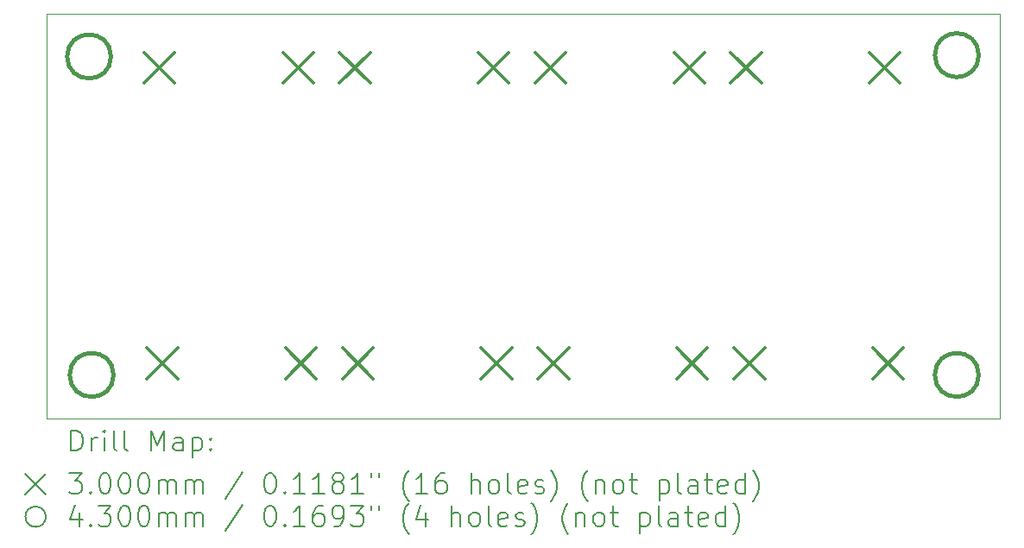
<source format=gbr>
%TF.GenerationSoftware,KiCad,Pcbnew,7.0.1*%
%TF.CreationDate,2023-04-04T11:35:34-07:00*%
%TF.ProjectId,PT Hub,50542048-7562-42e6-9b69-6361645f7063,v01*%
%TF.SameCoordinates,Original*%
%TF.FileFunction,Drillmap*%
%TF.FilePolarity,Positive*%
%FSLAX45Y45*%
G04 Gerber Fmt 4.5, Leading zero omitted, Abs format (unit mm)*
G04 Created by KiCad (PCBNEW 7.0.1) date 2023-04-04 11:35:34*
%MOMM*%
%LPD*%
G01*
G04 APERTURE LIST*
%ADD10C,0.100000*%
%ADD11C,0.200000*%
%ADD12C,0.299999*%
%ADD13C,0.430000*%
G04 APERTURE END LIST*
D10*
X7099300Y-13799820D02*
X16446500Y-13799820D01*
X7099300Y-9829800D02*
X7099300Y-13799820D01*
X16446500Y-13799820D02*
X16446500Y-9829800D01*
X16446500Y-9829800D02*
X7099300Y-9829800D01*
D11*
D12*
X8058252Y-10212001D02*
X8358252Y-10512001D01*
X8358252Y-10212001D02*
X8058252Y-10512001D01*
X8087150Y-13110000D02*
X8387150Y-13410000D01*
X8387150Y-13110000D02*
X8087150Y-13410000D01*
X9418249Y-10212001D02*
X9718249Y-10512001D01*
X9718249Y-10212001D02*
X9418249Y-10512001D01*
X9447148Y-13110000D02*
X9747147Y-13410000D01*
X9747147Y-13110000D02*
X9447148Y-13410000D01*
X9975953Y-10212000D02*
X10275953Y-10512000D01*
X10275953Y-10212000D02*
X9975953Y-10512000D01*
X10004850Y-13110000D02*
X10304850Y-13410000D01*
X10304850Y-13110000D02*
X10004850Y-13410000D01*
X11335950Y-10212000D02*
X11635950Y-10512000D01*
X11635950Y-10212000D02*
X11335950Y-10512000D01*
X11364848Y-13110000D02*
X11664847Y-13410000D01*
X11664847Y-13110000D02*
X11364848Y-13410000D01*
X11893653Y-10212000D02*
X12193652Y-10512000D01*
X12193652Y-10212000D02*
X11893653Y-10512000D01*
X11922550Y-13110000D02*
X12222550Y-13410000D01*
X12222550Y-13110000D02*
X11922550Y-13410000D01*
X13253650Y-10212000D02*
X13553650Y-10512000D01*
X13553650Y-10212000D02*
X13253650Y-10512000D01*
X13282548Y-13110000D02*
X13582547Y-13410000D01*
X13582547Y-13110000D02*
X13282548Y-13410000D01*
X13811353Y-10212000D02*
X14111352Y-10512000D01*
X14111352Y-10212000D02*
X13811353Y-10512000D01*
X13845300Y-13110000D02*
X14145300Y-13410000D01*
X14145300Y-13110000D02*
X13845300Y-13410000D01*
X15171350Y-10212000D02*
X15471350Y-10512000D01*
X15471350Y-10212000D02*
X15171350Y-10512000D01*
X15205298Y-13110000D02*
X15505297Y-13410000D01*
X15505297Y-13110000D02*
X15205298Y-13410000D01*
D13*
X7733400Y-10248900D02*
G75*
G03*
X7733400Y-10248900I-215000J0D01*
G01*
X7758800Y-13373100D02*
G75*
G03*
X7758800Y-13373100I-215000J0D01*
G01*
X16242400Y-10236200D02*
G75*
G03*
X16242400Y-10236200I-215000J0D01*
G01*
X16242400Y-13373100D02*
G75*
G03*
X16242400Y-13373100I-215000J0D01*
G01*
D11*
X7341919Y-14117344D02*
X7341919Y-13917344D01*
X7341919Y-13917344D02*
X7389538Y-13917344D01*
X7389538Y-13917344D02*
X7418109Y-13926868D01*
X7418109Y-13926868D02*
X7437157Y-13945915D01*
X7437157Y-13945915D02*
X7446681Y-13964963D01*
X7446681Y-13964963D02*
X7456205Y-14003058D01*
X7456205Y-14003058D02*
X7456205Y-14031629D01*
X7456205Y-14031629D02*
X7446681Y-14069725D01*
X7446681Y-14069725D02*
X7437157Y-14088772D01*
X7437157Y-14088772D02*
X7418109Y-14107820D01*
X7418109Y-14107820D02*
X7389538Y-14117344D01*
X7389538Y-14117344D02*
X7341919Y-14117344D01*
X7541919Y-14117344D02*
X7541919Y-13984010D01*
X7541919Y-14022106D02*
X7551443Y-14003058D01*
X7551443Y-14003058D02*
X7560967Y-13993534D01*
X7560967Y-13993534D02*
X7580014Y-13984010D01*
X7580014Y-13984010D02*
X7599062Y-13984010D01*
X7665728Y-14117344D02*
X7665728Y-13984010D01*
X7665728Y-13917344D02*
X7656205Y-13926868D01*
X7656205Y-13926868D02*
X7665728Y-13936391D01*
X7665728Y-13936391D02*
X7675252Y-13926868D01*
X7675252Y-13926868D02*
X7665728Y-13917344D01*
X7665728Y-13917344D02*
X7665728Y-13936391D01*
X7789538Y-14117344D02*
X7770490Y-14107820D01*
X7770490Y-14107820D02*
X7760967Y-14088772D01*
X7760967Y-14088772D02*
X7760967Y-13917344D01*
X7894300Y-14117344D02*
X7875252Y-14107820D01*
X7875252Y-14107820D02*
X7865728Y-14088772D01*
X7865728Y-14088772D02*
X7865728Y-13917344D01*
X8122871Y-14117344D02*
X8122871Y-13917344D01*
X8122871Y-13917344D02*
X8189538Y-14060201D01*
X8189538Y-14060201D02*
X8256205Y-13917344D01*
X8256205Y-13917344D02*
X8256205Y-14117344D01*
X8437157Y-14117344D02*
X8437157Y-14012582D01*
X8437157Y-14012582D02*
X8427633Y-13993534D01*
X8427633Y-13993534D02*
X8408586Y-13984010D01*
X8408586Y-13984010D02*
X8370490Y-13984010D01*
X8370490Y-13984010D02*
X8351443Y-13993534D01*
X8437157Y-14107820D02*
X8418110Y-14117344D01*
X8418110Y-14117344D02*
X8370490Y-14117344D01*
X8370490Y-14117344D02*
X8351443Y-14107820D01*
X8351443Y-14107820D02*
X8341919Y-14088772D01*
X8341919Y-14088772D02*
X8341919Y-14069725D01*
X8341919Y-14069725D02*
X8351443Y-14050677D01*
X8351443Y-14050677D02*
X8370490Y-14041153D01*
X8370490Y-14041153D02*
X8418110Y-14041153D01*
X8418110Y-14041153D02*
X8437157Y-14031629D01*
X8532395Y-13984010D02*
X8532395Y-14184010D01*
X8532395Y-13993534D02*
X8551443Y-13984010D01*
X8551443Y-13984010D02*
X8589538Y-13984010D01*
X8589538Y-13984010D02*
X8608586Y-13993534D01*
X8608586Y-13993534D02*
X8618110Y-14003058D01*
X8618110Y-14003058D02*
X8627633Y-14022106D01*
X8627633Y-14022106D02*
X8627633Y-14079248D01*
X8627633Y-14079248D02*
X8618110Y-14098296D01*
X8618110Y-14098296D02*
X8608586Y-14107820D01*
X8608586Y-14107820D02*
X8589538Y-14117344D01*
X8589538Y-14117344D02*
X8551443Y-14117344D01*
X8551443Y-14117344D02*
X8532395Y-14107820D01*
X8713348Y-14098296D02*
X8722871Y-14107820D01*
X8722871Y-14107820D02*
X8713348Y-14117344D01*
X8713348Y-14117344D02*
X8703824Y-14107820D01*
X8703824Y-14107820D02*
X8713348Y-14098296D01*
X8713348Y-14098296D02*
X8713348Y-14117344D01*
X8713348Y-13993534D02*
X8722871Y-14003058D01*
X8722871Y-14003058D02*
X8713348Y-14012582D01*
X8713348Y-14012582D02*
X8703824Y-14003058D01*
X8703824Y-14003058D02*
X8713348Y-13993534D01*
X8713348Y-13993534D02*
X8713348Y-14012582D01*
X6894300Y-14344820D02*
X7094300Y-14544820D01*
X7094300Y-14344820D02*
X6894300Y-14544820D01*
X7322871Y-14337344D02*
X7446681Y-14337344D01*
X7446681Y-14337344D02*
X7380014Y-14413534D01*
X7380014Y-14413534D02*
X7408586Y-14413534D01*
X7408586Y-14413534D02*
X7427633Y-14423058D01*
X7427633Y-14423058D02*
X7437157Y-14432582D01*
X7437157Y-14432582D02*
X7446681Y-14451629D01*
X7446681Y-14451629D02*
X7446681Y-14499248D01*
X7446681Y-14499248D02*
X7437157Y-14518296D01*
X7437157Y-14518296D02*
X7427633Y-14527820D01*
X7427633Y-14527820D02*
X7408586Y-14537344D01*
X7408586Y-14537344D02*
X7351443Y-14537344D01*
X7351443Y-14537344D02*
X7332395Y-14527820D01*
X7332395Y-14527820D02*
X7322871Y-14518296D01*
X7532395Y-14518296D02*
X7541919Y-14527820D01*
X7541919Y-14527820D02*
X7532395Y-14537344D01*
X7532395Y-14537344D02*
X7522871Y-14527820D01*
X7522871Y-14527820D02*
X7532395Y-14518296D01*
X7532395Y-14518296D02*
X7532395Y-14537344D01*
X7665728Y-14337344D02*
X7684776Y-14337344D01*
X7684776Y-14337344D02*
X7703824Y-14346868D01*
X7703824Y-14346868D02*
X7713348Y-14356391D01*
X7713348Y-14356391D02*
X7722871Y-14375439D01*
X7722871Y-14375439D02*
X7732395Y-14413534D01*
X7732395Y-14413534D02*
X7732395Y-14461153D01*
X7732395Y-14461153D02*
X7722871Y-14499248D01*
X7722871Y-14499248D02*
X7713348Y-14518296D01*
X7713348Y-14518296D02*
X7703824Y-14527820D01*
X7703824Y-14527820D02*
X7684776Y-14537344D01*
X7684776Y-14537344D02*
X7665728Y-14537344D01*
X7665728Y-14537344D02*
X7646681Y-14527820D01*
X7646681Y-14527820D02*
X7637157Y-14518296D01*
X7637157Y-14518296D02*
X7627633Y-14499248D01*
X7627633Y-14499248D02*
X7618109Y-14461153D01*
X7618109Y-14461153D02*
X7618109Y-14413534D01*
X7618109Y-14413534D02*
X7627633Y-14375439D01*
X7627633Y-14375439D02*
X7637157Y-14356391D01*
X7637157Y-14356391D02*
X7646681Y-14346868D01*
X7646681Y-14346868D02*
X7665728Y-14337344D01*
X7856205Y-14337344D02*
X7875252Y-14337344D01*
X7875252Y-14337344D02*
X7894300Y-14346868D01*
X7894300Y-14346868D02*
X7903824Y-14356391D01*
X7903824Y-14356391D02*
X7913348Y-14375439D01*
X7913348Y-14375439D02*
X7922871Y-14413534D01*
X7922871Y-14413534D02*
X7922871Y-14461153D01*
X7922871Y-14461153D02*
X7913348Y-14499248D01*
X7913348Y-14499248D02*
X7903824Y-14518296D01*
X7903824Y-14518296D02*
X7894300Y-14527820D01*
X7894300Y-14527820D02*
X7875252Y-14537344D01*
X7875252Y-14537344D02*
X7856205Y-14537344D01*
X7856205Y-14537344D02*
X7837157Y-14527820D01*
X7837157Y-14527820D02*
X7827633Y-14518296D01*
X7827633Y-14518296D02*
X7818109Y-14499248D01*
X7818109Y-14499248D02*
X7808586Y-14461153D01*
X7808586Y-14461153D02*
X7808586Y-14413534D01*
X7808586Y-14413534D02*
X7818109Y-14375439D01*
X7818109Y-14375439D02*
X7827633Y-14356391D01*
X7827633Y-14356391D02*
X7837157Y-14346868D01*
X7837157Y-14346868D02*
X7856205Y-14337344D01*
X8046681Y-14337344D02*
X8065729Y-14337344D01*
X8065729Y-14337344D02*
X8084776Y-14346868D01*
X8084776Y-14346868D02*
X8094300Y-14356391D01*
X8094300Y-14356391D02*
X8103824Y-14375439D01*
X8103824Y-14375439D02*
X8113348Y-14413534D01*
X8113348Y-14413534D02*
X8113348Y-14461153D01*
X8113348Y-14461153D02*
X8103824Y-14499248D01*
X8103824Y-14499248D02*
X8094300Y-14518296D01*
X8094300Y-14518296D02*
X8084776Y-14527820D01*
X8084776Y-14527820D02*
X8065729Y-14537344D01*
X8065729Y-14537344D02*
X8046681Y-14537344D01*
X8046681Y-14537344D02*
X8027633Y-14527820D01*
X8027633Y-14527820D02*
X8018109Y-14518296D01*
X8018109Y-14518296D02*
X8008586Y-14499248D01*
X8008586Y-14499248D02*
X7999062Y-14461153D01*
X7999062Y-14461153D02*
X7999062Y-14413534D01*
X7999062Y-14413534D02*
X8008586Y-14375439D01*
X8008586Y-14375439D02*
X8018109Y-14356391D01*
X8018109Y-14356391D02*
X8027633Y-14346868D01*
X8027633Y-14346868D02*
X8046681Y-14337344D01*
X8199062Y-14537344D02*
X8199062Y-14404010D01*
X8199062Y-14423058D02*
X8208586Y-14413534D01*
X8208586Y-14413534D02*
X8227633Y-14404010D01*
X8227633Y-14404010D02*
X8256205Y-14404010D01*
X8256205Y-14404010D02*
X8275252Y-14413534D01*
X8275252Y-14413534D02*
X8284776Y-14432582D01*
X8284776Y-14432582D02*
X8284776Y-14537344D01*
X8284776Y-14432582D02*
X8294300Y-14413534D01*
X8294300Y-14413534D02*
X8313348Y-14404010D01*
X8313348Y-14404010D02*
X8341919Y-14404010D01*
X8341919Y-14404010D02*
X8360967Y-14413534D01*
X8360967Y-14413534D02*
X8370490Y-14432582D01*
X8370490Y-14432582D02*
X8370490Y-14537344D01*
X8465729Y-14537344D02*
X8465729Y-14404010D01*
X8465729Y-14423058D02*
X8475252Y-14413534D01*
X8475252Y-14413534D02*
X8494300Y-14404010D01*
X8494300Y-14404010D02*
X8522872Y-14404010D01*
X8522872Y-14404010D02*
X8541919Y-14413534D01*
X8541919Y-14413534D02*
X8551443Y-14432582D01*
X8551443Y-14432582D02*
X8551443Y-14537344D01*
X8551443Y-14432582D02*
X8560967Y-14413534D01*
X8560967Y-14413534D02*
X8580014Y-14404010D01*
X8580014Y-14404010D02*
X8608586Y-14404010D01*
X8608586Y-14404010D02*
X8627633Y-14413534D01*
X8627633Y-14413534D02*
X8637157Y-14432582D01*
X8637157Y-14432582D02*
X8637157Y-14537344D01*
X9027633Y-14327820D02*
X8856205Y-14584963D01*
X9284776Y-14337344D02*
X9303824Y-14337344D01*
X9303824Y-14337344D02*
X9322872Y-14346868D01*
X9322872Y-14346868D02*
X9332395Y-14356391D01*
X9332395Y-14356391D02*
X9341919Y-14375439D01*
X9341919Y-14375439D02*
X9351443Y-14413534D01*
X9351443Y-14413534D02*
X9351443Y-14461153D01*
X9351443Y-14461153D02*
X9341919Y-14499248D01*
X9341919Y-14499248D02*
X9332395Y-14518296D01*
X9332395Y-14518296D02*
X9322872Y-14527820D01*
X9322872Y-14527820D02*
X9303824Y-14537344D01*
X9303824Y-14537344D02*
X9284776Y-14537344D01*
X9284776Y-14537344D02*
X9265729Y-14527820D01*
X9265729Y-14527820D02*
X9256205Y-14518296D01*
X9256205Y-14518296D02*
X9246681Y-14499248D01*
X9246681Y-14499248D02*
X9237157Y-14461153D01*
X9237157Y-14461153D02*
X9237157Y-14413534D01*
X9237157Y-14413534D02*
X9246681Y-14375439D01*
X9246681Y-14375439D02*
X9256205Y-14356391D01*
X9256205Y-14356391D02*
X9265729Y-14346868D01*
X9265729Y-14346868D02*
X9284776Y-14337344D01*
X9437157Y-14518296D02*
X9446681Y-14527820D01*
X9446681Y-14527820D02*
X9437157Y-14537344D01*
X9437157Y-14537344D02*
X9427634Y-14527820D01*
X9427634Y-14527820D02*
X9437157Y-14518296D01*
X9437157Y-14518296D02*
X9437157Y-14537344D01*
X9637157Y-14537344D02*
X9522872Y-14537344D01*
X9580014Y-14537344D02*
X9580014Y-14337344D01*
X9580014Y-14337344D02*
X9560967Y-14365915D01*
X9560967Y-14365915D02*
X9541919Y-14384963D01*
X9541919Y-14384963D02*
X9522872Y-14394487D01*
X9827634Y-14537344D02*
X9713348Y-14537344D01*
X9770491Y-14537344D02*
X9770491Y-14337344D01*
X9770491Y-14337344D02*
X9751443Y-14365915D01*
X9751443Y-14365915D02*
X9732395Y-14384963D01*
X9732395Y-14384963D02*
X9713348Y-14394487D01*
X9941919Y-14423058D02*
X9922872Y-14413534D01*
X9922872Y-14413534D02*
X9913348Y-14404010D01*
X9913348Y-14404010D02*
X9903824Y-14384963D01*
X9903824Y-14384963D02*
X9903824Y-14375439D01*
X9903824Y-14375439D02*
X9913348Y-14356391D01*
X9913348Y-14356391D02*
X9922872Y-14346868D01*
X9922872Y-14346868D02*
X9941919Y-14337344D01*
X9941919Y-14337344D02*
X9980015Y-14337344D01*
X9980015Y-14337344D02*
X9999062Y-14346868D01*
X9999062Y-14346868D02*
X10008586Y-14356391D01*
X10008586Y-14356391D02*
X10018110Y-14375439D01*
X10018110Y-14375439D02*
X10018110Y-14384963D01*
X10018110Y-14384963D02*
X10008586Y-14404010D01*
X10008586Y-14404010D02*
X9999062Y-14413534D01*
X9999062Y-14413534D02*
X9980015Y-14423058D01*
X9980015Y-14423058D02*
X9941919Y-14423058D01*
X9941919Y-14423058D02*
X9922872Y-14432582D01*
X9922872Y-14432582D02*
X9913348Y-14442106D01*
X9913348Y-14442106D02*
X9903824Y-14461153D01*
X9903824Y-14461153D02*
X9903824Y-14499248D01*
X9903824Y-14499248D02*
X9913348Y-14518296D01*
X9913348Y-14518296D02*
X9922872Y-14527820D01*
X9922872Y-14527820D02*
X9941919Y-14537344D01*
X9941919Y-14537344D02*
X9980015Y-14537344D01*
X9980015Y-14537344D02*
X9999062Y-14527820D01*
X9999062Y-14527820D02*
X10008586Y-14518296D01*
X10008586Y-14518296D02*
X10018110Y-14499248D01*
X10018110Y-14499248D02*
X10018110Y-14461153D01*
X10018110Y-14461153D02*
X10008586Y-14442106D01*
X10008586Y-14442106D02*
X9999062Y-14432582D01*
X9999062Y-14432582D02*
X9980015Y-14423058D01*
X10208586Y-14537344D02*
X10094300Y-14537344D01*
X10151443Y-14537344D02*
X10151443Y-14337344D01*
X10151443Y-14337344D02*
X10132395Y-14365915D01*
X10132395Y-14365915D02*
X10113348Y-14384963D01*
X10113348Y-14384963D02*
X10094300Y-14394487D01*
X10284776Y-14337344D02*
X10284776Y-14375439D01*
X10360967Y-14337344D02*
X10360967Y-14375439D01*
X10656205Y-14613534D02*
X10646681Y-14604010D01*
X10646681Y-14604010D02*
X10627634Y-14575439D01*
X10627634Y-14575439D02*
X10618110Y-14556391D01*
X10618110Y-14556391D02*
X10608586Y-14527820D01*
X10608586Y-14527820D02*
X10599062Y-14480201D01*
X10599062Y-14480201D02*
X10599062Y-14442106D01*
X10599062Y-14442106D02*
X10608586Y-14394487D01*
X10608586Y-14394487D02*
X10618110Y-14365915D01*
X10618110Y-14365915D02*
X10627634Y-14346868D01*
X10627634Y-14346868D02*
X10646681Y-14318296D01*
X10646681Y-14318296D02*
X10656205Y-14308772D01*
X10837157Y-14537344D02*
X10722872Y-14537344D01*
X10780015Y-14537344D02*
X10780015Y-14337344D01*
X10780015Y-14337344D02*
X10760967Y-14365915D01*
X10760967Y-14365915D02*
X10741919Y-14384963D01*
X10741919Y-14384963D02*
X10722872Y-14394487D01*
X11008586Y-14337344D02*
X10970491Y-14337344D01*
X10970491Y-14337344D02*
X10951443Y-14346868D01*
X10951443Y-14346868D02*
X10941919Y-14356391D01*
X10941919Y-14356391D02*
X10922872Y-14384963D01*
X10922872Y-14384963D02*
X10913348Y-14423058D01*
X10913348Y-14423058D02*
X10913348Y-14499248D01*
X10913348Y-14499248D02*
X10922872Y-14518296D01*
X10922872Y-14518296D02*
X10932396Y-14527820D01*
X10932396Y-14527820D02*
X10951443Y-14537344D01*
X10951443Y-14537344D02*
X10989538Y-14537344D01*
X10989538Y-14537344D02*
X11008586Y-14527820D01*
X11008586Y-14527820D02*
X11018110Y-14518296D01*
X11018110Y-14518296D02*
X11027634Y-14499248D01*
X11027634Y-14499248D02*
X11027634Y-14451629D01*
X11027634Y-14451629D02*
X11018110Y-14432582D01*
X11018110Y-14432582D02*
X11008586Y-14423058D01*
X11008586Y-14423058D02*
X10989538Y-14413534D01*
X10989538Y-14413534D02*
X10951443Y-14413534D01*
X10951443Y-14413534D02*
X10932396Y-14423058D01*
X10932396Y-14423058D02*
X10922872Y-14432582D01*
X10922872Y-14432582D02*
X10913348Y-14451629D01*
X11265729Y-14537344D02*
X11265729Y-14337344D01*
X11351443Y-14537344D02*
X11351443Y-14432582D01*
X11351443Y-14432582D02*
X11341919Y-14413534D01*
X11341919Y-14413534D02*
X11322872Y-14404010D01*
X11322872Y-14404010D02*
X11294300Y-14404010D01*
X11294300Y-14404010D02*
X11275253Y-14413534D01*
X11275253Y-14413534D02*
X11265729Y-14423058D01*
X11475253Y-14537344D02*
X11456205Y-14527820D01*
X11456205Y-14527820D02*
X11446681Y-14518296D01*
X11446681Y-14518296D02*
X11437157Y-14499248D01*
X11437157Y-14499248D02*
X11437157Y-14442106D01*
X11437157Y-14442106D02*
X11446681Y-14423058D01*
X11446681Y-14423058D02*
X11456205Y-14413534D01*
X11456205Y-14413534D02*
X11475253Y-14404010D01*
X11475253Y-14404010D02*
X11503824Y-14404010D01*
X11503824Y-14404010D02*
X11522872Y-14413534D01*
X11522872Y-14413534D02*
X11532396Y-14423058D01*
X11532396Y-14423058D02*
X11541919Y-14442106D01*
X11541919Y-14442106D02*
X11541919Y-14499248D01*
X11541919Y-14499248D02*
X11532396Y-14518296D01*
X11532396Y-14518296D02*
X11522872Y-14527820D01*
X11522872Y-14527820D02*
X11503824Y-14537344D01*
X11503824Y-14537344D02*
X11475253Y-14537344D01*
X11656205Y-14537344D02*
X11637157Y-14527820D01*
X11637157Y-14527820D02*
X11627634Y-14508772D01*
X11627634Y-14508772D02*
X11627634Y-14337344D01*
X11808586Y-14527820D02*
X11789538Y-14537344D01*
X11789538Y-14537344D02*
X11751443Y-14537344D01*
X11751443Y-14537344D02*
X11732396Y-14527820D01*
X11732396Y-14527820D02*
X11722872Y-14508772D01*
X11722872Y-14508772D02*
X11722872Y-14432582D01*
X11722872Y-14432582D02*
X11732396Y-14413534D01*
X11732396Y-14413534D02*
X11751443Y-14404010D01*
X11751443Y-14404010D02*
X11789538Y-14404010D01*
X11789538Y-14404010D02*
X11808586Y-14413534D01*
X11808586Y-14413534D02*
X11818110Y-14432582D01*
X11818110Y-14432582D02*
X11818110Y-14451629D01*
X11818110Y-14451629D02*
X11722872Y-14470677D01*
X11894300Y-14527820D02*
X11913348Y-14537344D01*
X11913348Y-14537344D02*
X11951443Y-14537344D01*
X11951443Y-14537344D02*
X11970491Y-14527820D01*
X11970491Y-14527820D02*
X11980015Y-14508772D01*
X11980015Y-14508772D02*
X11980015Y-14499248D01*
X11980015Y-14499248D02*
X11970491Y-14480201D01*
X11970491Y-14480201D02*
X11951443Y-14470677D01*
X11951443Y-14470677D02*
X11922872Y-14470677D01*
X11922872Y-14470677D02*
X11903824Y-14461153D01*
X11903824Y-14461153D02*
X11894300Y-14442106D01*
X11894300Y-14442106D02*
X11894300Y-14432582D01*
X11894300Y-14432582D02*
X11903824Y-14413534D01*
X11903824Y-14413534D02*
X11922872Y-14404010D01*
X11922872Y-14404010D02*
X11951443Y-14404010D01*
X11951443Y-14404010D02*
X11970491Y-14413534D01*
X12046681Y-14613534D02*
X12056205Y-14604010D01*
X12056205Y-14604010D02*
X12075253Y-14575439D01*
X12075253Y-14575439D02*
X12084777Y-14556391D01*
X12084777Y-14556391D02*
X12094300Y-14527820D01*
X12094300Y-14527820D02*
X12103824Y-14480201D01*
X12103824Y-14480201D02*
X12103824Y-14442106D01*
X12103824Y-14442106D02*
X12094300Y-14394487D01*
X12094300Y-14394487D02*
X12084777Y-14365915D01*
X12084777Y-14365915D02*
X12075253Y-14346868D01*
X12075253Y-14346868D02*
X12056205Y-14318296D01*
X12056205Y-14318296D02*
X12046681Y-14308772D01*
X12408586Y-14613534D02*
X12399062Y-14604010D01*
X12399062Y-14604010D02*
X12380015Y-14575439D01*
X12380015Y-14575439D02*
X12370491Y-14556391D01*
X12370491Y-14556391D02*
X12360967Y-14527820D01*
X12360967Y-14527820D02*
X12351443Y-14480201D01*
X12351443Y-14480201D02*
X12351443Y-14442106D01*
X12351443Y-14442106D02*
X12360967Y-14394487D01*
X12360967Y-14394487D02*
X12370491Y-14365915D01*
X12370491Y-14365915D02*
X12380015Y-14346868D01*
X12380015Y-14346868D02*
X12399062Y-14318296D01*
X12399062Y-14318296D02*
X12408586Y-14308772D01*
X12484777Y-14404010D02*
X12484777Y-14537344D01*
X12484777Y-14423058D02*
X12494300Y-14413534D01*
X12494300Y-14413534D02*
X12513348Y-14404010D01*
X12513348Y-14404010D02*
X12541919Y-14404010D01*
X12541919Y-14404010D02*
X12560967Y-14413534D01*
X12560967Y-14413534D02*
X12570491Y-14432582D01*
X12570491Y-14432582D02*
X12570491Y-14537344D01*
X12694300Y-14537344D02*
X12675253Y-14527820D01*
X12675253Y-14527820D02*
X12665729Y-14518296D01*
X12665729Y-14518296D02*
X12656205Y-14499248D01*
X12656205Y-14499248D02*
X12656205Y-14442106D01*
X12656205Y-14442106D02*
X12665729Y-14423058D01*
X12665729Y-14423058D02*
X12675253Y-14413534D01*
X12675253Y-14413534D02*
X12694300Y-14404010D01*
X12694300Y-14404010D02*
X12722872Y-14404010D01*
X12722872Y-14404010D02*
X12741919Y-14413534D01*
X12741919Y-14413534D02*
X12751443Y-14423058D01*
X12751443Y-14423058D02*
X12760967Y-14442106D01*
X12760967Y-14442106D02*
X12760967Y-14499248D01*
X12760967Y-14499248D02*
X12751443Y-14518296D01*
X12751443Y-14518296D02*
X12741919Y-14527820D01*
X12741919Y-14527820D02*
X12722872Y-14537344D01*
X12722872Y-14537344D02*
X12694300Y-14537344D01*
X12818110Y-14404010D02*
X12894300Y-14404010D01*
X12846681Y-14337344D02*
X12846681Y-14508772D01*
X12846681Y-14508772D02*
X12856205Y-14527820D01*
X12856205Y-14527820D02*
X12875253Y-14537344D01*
X12875253Y-14537344D02*
X12894300Y-14537344D01*
X13113348Y-14404010D02*
X13113348Y-14604010D01*
X13113348Y-14413534D02*
X13132396Y-14404010D01*
X13132396Y-14404010D02*
X13170491Y-14404010D01*
X13170491Y-14404010D02*
X13189539Y-14413534D01*
X13189539Y-14413534D02*
X13199062Y-14423058D01*
X13199062Y-14423058D02*
X13208586Y-14442106D01*
X13208586Y-14442106D02*
X13208586Y-14499248D01*
X13208586Y-14499248D02*
X13199062Y-14518296D01*
X13199062Y-14518296D02*
X13189539Y-14527820D01*
X13189539Y-14527820D02*
X13170491Y-14537344D01*
X13170491Y-14537344D02*
X13132396Y-14537344D01*
X13132396Y-14537344D02*
X13113348Y-14527820D01*
X13322872Y-14537344D02*
X13303824Y-14527820D01*
X13303824Y-14527820D02*
X13294300Y-14508772D01*
X13294300Y-14508772D02*
X13294300Y-14337344D01*
X13484777Y-14537344D02*
X13484777Y-14432582D01*
X13484777Y-14432582D02*
X13475253Y-14413534D01*
X13475253Y-14413534D02*
X13456205Y-14404010D01*
X13456205Y-14404010D02*
X13418110Y-14404010D01*
X13418110Y-14404010D02*
X13399062Y-14413534D01*
X13484777Y-14527820D02*
X13465729Y-14537344D01*
X13465729Y-14537344D02*
X13418110Y-14537344D01*
X13418110Y-14537344D02*
X13399062Y-14527820D01*
X13399062Y-14527820D02*
X13389539Y-14508772D01*
X13389539Y-14508772D02*
X13389539Y-14489725D01*
X13389539Y-14489725D02*
X13399062Y-14470677D01*
X13399062Y-14470677D02*
X13418110Y-14461153D01*
X13418110Y-14461153D02*
X13465729Y-14461153D01*
X13465729Y-14461153D02*
X13484777Y-14451629D01*
X13551443Y-14404010D02*
X13627634Y-14404010D01*
X13580015Y-14337344D02*
X13580015Y-14508772D01*
X13580015Y-14508772D02*
X13589539Y-14527820D01*
X13589539Y-14527820D02*
X13608586Y-14537344D01*
X13608586Y-14537344D02*
X13627634Y-14537344D01*
X13770491Y-14527820D02*
X13751443Y-14537344D01*
X13751443Y-14537344D02*
X13713348Y-14537344D01*
X13713348Y-14537344D02*
X13694300Y-14527820D01*
X13694300Y-14527820D02*
X13684777Y-14508772D01*
X13684777Y-14508772D02*
X13684777Y-14432582D01*
X13684777Y-14432582D02*
X13694300Y-14413534D01*
X13694300Y-14413534D02*
X13713348Y-14404010D01*
X13713348Y-14404010D02*
X13751443Y-14404010D01*
X13751443Y-14404010D02*
X13770491Y-14413534D01*
X13770491Y-14413534D02*
X13780015Y-14432582D01*
X13780015Y-14432582D02*
X13780015Y-14451629D01*
X13780015Y-14451629D02*
X13684777Y-14470677D01*
X13951443Y-14537344D02*
X13951443Y-14337344D01*
X13951443Y-14527820D02*
X13932396Y-14537344D01*
X13932396Y-14537344D02*
X13894300Y-14537344D01*
X13894300Y-14537344D02*
X13875253Y-14527820D01*
X13875253Y-14527820D02*
X13865729Y-14518296D01*
X13865729Y-14518296D02*
X13856205Y-14499248D01*
X13856205Y-14499248D02*
X13856205Y-14442106D01*
X13856205Y-14442106D02*
X13865729Y-14423058D01*
X13865729Y-14423058D02*
X13875253Y-14413534D01*
X13875253Y-14413534D02*
X13894300Y-14404010D01*
X13894300Y-14404010D02*
X13932396Y-14404010D01*
X13932396Y-14404010D02*
X13951443Y-14413534D01*
X14027634Y-14613534D02*
X14037158Y-14604010D01*
X14037158Y-14604010D02*
X14056205Y-14575439D01*
X14056205Y-14575439D02*
X14065729Y-14556391D01*
X14065729Y-14556391D02*
X14075253Y-14527820D01*
X14075253Y-14527820D02*
X14084777Y-14480201D01*
X14084777Y-14480201D02*
X14084777Y-14442106D01*
X14084777Y-14442106D02*
X14075253Y-14394487D01*
X14075253Y-14394487D02*
X14065729Y-14365915D01*
X14065729Y-14365915D02*
X14056205Y-14346868D01*
X14056205Y-14346868D02*
X14037158Y-14318296D01*
X14037158Y-14318296D02*
X14027634Y-14308772D01*
X7094300Y-14764820D02*
G75*
G03*
X7094300Y-14764820I-100000J0D01*
G01*
X7427633Y-14724010D02*
X7427633Y-14857344D01*
X7380014Y-14647820D02*
X7332395Y-14790677D01*
X7332395Y-14790677D02*
X7456205Y-14790677D01*
X7532395Y-14838296D02*
X7541919Y-14847820D01*
X7541919Y-14847820D02*
X7532395Y-14857344D01*
X7532395Y-14857344D02*
X7522871Y-14847820D01*
X7522871Y-14847820D02*
X7532395Y-14838296D01*
X7532395Y-14838296D02*
X7532395Y-14857344D01*
X7608586Y-14657344D02*
X7732395Y-14657344D01*
X7732395Y-14657344D02*
X7665728Y-14733534D01*
X7665728Y-14733534D02*
X7694300Y-14733534D01*
X7694300Y-14733534D02*
X7713348Y-14743058D01*
X7713348Y-14743058D02*
X7722871Y-14752582D01*
X7722871Y-14752582D02*
X7732395Y-14771629D01*
X7732395Y-14771629D02*
X7732395Y-14819248D01*
X7732395Y-14819248D02*
X7722871Y-14838296D01*
X7722871Y-14838296D02*
X7713348Y-14847820D01*
X7713348Y-14847820D02*
X7694300Y-14857344D01*
X7694300Y-14857344D02*
X7637157Y-14857344D01*
X7637157Y-14857344D02*
X7618109Y-14847820D01*
X7618109Y-14847820D02*
X7608586Y-14838296D01*
X7856205Y-14657344D02*
X7875252Y-14657344D01*
X7875252Y-14657344D02*
X7894300Y-14666868D01*
X7894300Y-14666868D02*
X7903824Y-14676391D01*
X7903824Y-14676391D02*
X7913348Y-14695439D01*
X7913348Y-14695439D02*
X7922871Y-14733534D01*
X7922871Y-14733534D02*
X7922871Y-14781153D01*
X7922871Y-14781153D02*
X7913348Y-14819248D01*
X7913348Y-14819248D02*
X7903824Y-14838296D01*
X7903824Y-14838296D02*
X7894300Y-14847820D01*
X7894300Y-14847820D02*
X7875252Y-14857344D01*
X7875252Y-14857344D02*
X7856205Y-14857344D01*
X7856205Y-14857344D02*
X7837157Y-14847820D01*
X7837157Y-14847820D02*
X7827633Y-14838296D01*
X7827633Y-14838296D02*
X7818109Y-14819248D01*
X7818109Y-14819248D02*
X7808586Y-14781153D01*
X7808586Y-14781153D02*
X7808586Y-14733534D01*
X7808586Y-14733534D02*
X7818109Y-14695439D01*
X7818109Y-14695439D02*
X7827633Y-14676391D01*
X7827633Y-14676391D02*
X7837157Y-14666868D01*
X7837157Y-14666868D02*
X7856205Y-14657344D01*
X8046681Y-14657344D02*
X8065729Y-14657344D01*
X8065729Y-14657344D02*
X8084776Y-14666868D01*
X8084776Y-14666868D02*
X8094300Y-14676391D01*
X8094300Y-14676391D02*
X8103824Y-14695439D01*
X8103824Y-14695439D02*
X8113348Y-14733534D01*
X8113348Y-14733534D02*
X8113348Y-14781153D01*
X8113348Y-14781153D02*
X8103824Y-14819248D01*
X8103824Y-14819248D02*
X8094300Y-14838296D01*
X8094300Y-14838296D02*
X8084776Y-14847820D01*
X8084776Y-14847820D02*
X8065729Y-14857344D01*
X8065729Y-14857344D02*
X8046681Y-14857344D01*
X8046681Y-14857344D02*
X8027633Y-14847820D01*
X8027633Y-14847820D02*
X8018109Y-14838296D01*
X8018109Y-14838296D02*
X8008586Y-14819248D01*
X8008586Y-14819248D02*
X7999062Y-14781153D01*
X7999062Y-14781153D02*
X7999062Y-14733534D01*
X7999062Y-14733534D02*
X8008586Y-14695439D01*
X8008586Y-14695439D02*
X8018109Y-14676391D01*
X8018109Y-14676391D02*
X8027633Y-14666868D01*
X8027633Y-14666868D02*
X8046681Y-14657344D01*
X8199062Y-14857344D02*
X8199062Y-14724010D01*
X8199062Y-14743058D02*
X8208586Y-14733534D01*
X8208586Y-14733534D02*
X8227633Y-14724010D01*
X8227633Y-14724010D02*
X8256205Y-14724010D01*
X8256205Y-14724010D02*
X8275252Y-14733534D01*
X8275252Y-14733534D02*
X8284776Y-14752582D01*
X8284776Y-14752582D02*
X8284776Y-14857344D01*
X8284776Y-14752582D02*
X8294300Y-14733534D01*
X8294300Y-14733534D02*
X8313348Y-14724010D01*
X8313348Y-14724010D02*
X8341919Y-14724010D01*
X8341919Y-14724010D02*
X8360967Y-14733534D01*
X8360967Y-14733534D02*
X8370490Y-14752582D01*
X8370490Y-14752582D02*
X8370490Y-14857344D01*
X8465729Y-14857344D02*
X8465729Y-14724010D01*
X8465729Y-14743058D02*
X8475252Y-14733534D01*
X8475252Y-14733534D02*
X8494300Y-14724010D01*
X8494300Y-14724010D02*
X8522872Y-14724010D01*
X8522872Y-14724010D02*
X8541919Y-14733534D01*
X8541919Y-14733534D02*
X8551443Y-14752582D01*
X8551443Y-14752582D02*
X8551443Y-14857344D01*
X8551443Y-14752582D02*
X8560967Y-14733534D01*
X8560967Y-14733534D02*
X8580014Y-14724010D01*
X8580014Y-14724010D02*
X8608586Y-14724010D01*
X8608586Y-14724010D02*
X8627633Y-14733534D01*
X8627633Y-14733534D02*
X8637157Y-14752582D01*
X8637157Y-14752582D02*
X8637157Y-14857344D01*
X9027633Y-14647820D02*
X8856205Y-14904963D01*
X9284776Y-14657344D02*
X9303824Y-14657344D01*
X9303824Y-14657344D02*
X9322872Y-14666868D01*
X9322872Y-14666868D02*
X9332395Y-14676391D01*
X9332395Y-14676391D02*
X9341919Y-14695439D01*
X9341919Y-14695439D02*
X9351443Y-14733534D01*
X9351443Y-14733534D02*
X9351443Y-14781153D01*
X9351443Y-14781153D02*
X9341919Y-14819248D01*
X9341919Y-14819248D02*
X9332395Y-14838296D01*
X9332395Y-14838296D02*
X9322872Y-14847820D01*
X9322872Y-14847820D02*
X9303824Y-14857344D01*
X9303824Y-14857344D02*
X9284776Y-14857344D01*
X9284776Y-14857344D02*
X9265729Y-14847820D01*
X9265729Y-14847820D02*
X9256205Y-14838296D01*
X9256205Y-14838296D02*
X9246681Y-14819248D01*
X9246681Y-14819248D02*
X9237157Y-14781153D01*
X9237157Y-14781153D02*
X9237157Y-14733534D01*
X9237157Y-14733534D02*
X9246681Y-14695439D01*
X9246681Y-14695439D02*
X9256205Y-14676391D01*
X9256205Y-14676391D02*
X9265729Y-14666868D01*
X9265729Y-14666868D02*
X9284776Y-14657344D01*
X9437157Y-14838296D02*
X9446681Y-14847820D01*
X9446681Y-14847820D02*
X9437157Y-14857344D01*
X9437157Y-14857344D02*
X9427634Y-14847820D01*
X9427634Y-14847820D02*
X9437157Y-14838296D01*
X9437157Y-14838296D02*
X9437157Y-14857344D01*
X9637157Y-14857344D02*
X9522872Y-14857344D01*
X9580014Y-14857344D02*
X9580014Y-14657344D01*
X9580014Y-14657344D02*
X9560967Y-14685915D01*
X9560967Y-14685915D02*
X9541919Y-14704963D01*
X9541919Y-14704963D02*
X9522872Y-14714487D01*
X9808586Y-14657344D02*
X9770491Y-14657344D01*
X9770491Y-14657344D02*
X9751443Y-14666868D01*
X9751443Y-14666868D02*
X9741919Y-14676391D01*
X9741919Y-14676391D02*
X9722872Y-14704963D01*
X9722872Y-14704963D02*
X9713348Y-14743058D01*
X9713348Y-14743058D02*
X9713348Y-14819248D01*
X9713348Y-14819248D02*
X9722872Y-14838296D01*
X9722872Y-14838296D02*
X9732395Y-14847820D01*
X9732395Y-14847820D02*
X9751443Y-14857344D01*
X9751443Y-14857344D02*
X9789538Y-14857344D01*
X9789538Y-14857344D02*
X9808586Y-14847820D01*
X9808586Y-14847820D02*
X9818110Y-14838296D01*
X9818110Y-14838296D02*
X9827634Y-14819248D01*
X9827634Y-14819248D02*
X9827634Y-14771629D01*
X9827634Y-14771629D02*
X9818110Y-14752582D01*
X9818110Y-14752582D02*
X9808586Y-14743058D01*
X9808586Y-14743058D02*
X9789538Y-14733534D01*
X9789538Y-14733534D02*
X9751443Y-14733534D01*
X9751443Y-14733534D02*
X9732395Y-14743058D01*
X9732395Y-14743058D02*
X9722872Y-14752582D01*
X9722872Y-14752582D02*
X9713348Y-14771629D01*
X9922872Y-14857344D02*
X9960967Y-14857344D01*
X9960967Y-14857344D02*
X9980015Y-14847820D01*
X9980015Y-14847820D02*
X9989538Y-14838296D01*
X9989538Y-14838296D02*
X10008586Y-14809725D01*
X10008586Y-14809725D02*
X10018110Y-14771629D01*
X10018110Y-14771629D02*
X10018110Y-14695439D01*
X10018110Y-14695439D02*
X10008586Y-14676391D01*
X10008586Y-14676391D02*
X9999062Y-14666868D01*
X9999062Y-14666868D02*
X9980015Y-14657344D01*
X9980015Y-14657344D02*
X9941919Y-14657344D01*
X9941919Y-14657344D02*
X9922872Y-14666868D01*
X9922872Y-14666868D02*
X9913348Y-14676391D01*
X9913348Y-14676391D02*
X9903824Y-14695439D01*
X9903824Y-14695439D02*
X9903824Y-14743058D01*
X9903824Y-14743058D02*
X9913348Y-14762106D01*
X9913348Y-14762106D02*
X9922872Y-14771629D01*
X9922872Y-14771629D02*
X9941919Y-14781153D01*
X9941919Y-14781153D02*
X9980015Y-14781153D01*
X9980015Y-14781153D02*
X9999062Y-14771629D01*
X9999062Y-14771629D02*
X10008586Y-14762106D01*
X10008586Y-14762106D02*
X10018110Y-14743058D01*
X10084776Y-14657344D02*
X10208586Y-14657344D01*
X10208586Y-14657344D02*
X10141919Y-14733534D01*
X10141919Y-14733534D02*
X10170491Y-14733534D01*
X10170491Y-14733534D02*
X10189538Y-14743058D01*
X10189538Y-14743058D02*
X10199062Y-14752582D01*
X10199062Y-14752582D02*
X10208586Y-14771629D01*
X10208586Y-14771629D02*
X10208586Y-14819248D01*
X10208586Y-14819248D02*
X10199062Y-14838296D01*
X10199062Y-14838296D02*
X10189538Y-14847820D01*
X10189538Y-14847820D02*
X10170491Y-14857344D01*
X10170491Y-14857344D02*
X10113348Y-14857344D01*
X10113348Y-14857344D02*
X10094300Y-14847820D01*
X10094300Y-14847820D02*
X10084776Y-14838296D01*
X10284776Y-14657344D02*
X10284776Y-14695439D01*
X10360967Y-14657344D02*
X10360967Y-14695439D01*
X10656205Y-14933534D02*
X10646681Y-14924010D01*
X10646681Y-14924010D02*
X10627634Y-14895439D01*
X10627634Y-14895439D02*
X10618110Y-14876391D01*
X10618110Y-14876391D02*
X10608586Y-14847820D01*
X10608586Y-14847820D02*
X10599062Y-14800201D01*
X10599062Y-14800201D02*
X10599062Y-14762106D01*
X10599062Y-14762106D02*
X10608586Y-14714487D01*
X10608586Y-14714487D02*
X10618110Y-14685915D01*
X10618110Y-14685915D02*
X10627634Y-14666868D01*
X10627634Y-14666868D02*
X10646681Y-14638296D01*
X10646681Y-14638296D02*
X10656205Y-14628772D01*
X10818110Y-14724010D02*
X10818110Y-14857344D01*
X10770491Y-14647820D02*
X10722872Y-14790677D01*
X10722872Y-14790677D02*
X10846681Y-14790677D01*
X11075253Y-14857344D02*
X11075253Y-14657344D01*
X11160967Y-14857344D02*
X11160967Y-14752582D01*
X11160967Y-14752582D02*
X11151443Y-14733534D01*
X11151443Y-14733534D02*
X11132396Y-14724010D01*
X11132396Y-14724010D02*
X11103824Y-14724010D01*
X11103824Y-14724010D02*
X11084777Y-14733534D01*
X11084777Y-14733534D02*
X11075253Y-14743058D01*
X11284776Y-14857344D02*
X11265729Y-14847820D01*
X11265729Y-14847820D02*
X11256205Y-14838296D01*
X11256205Y-14838296D02*
X11246681Y-14819248D01*
X11246681Y-14819248D02*
X11246681Y-14762106D01*
X11246681Y-14762106D02*
X11256205Y-14743058D01*
X11256205Y-14743058D02*
X11265729Y-14733534D01*
X11265729Y-14733534D02*
X11284776Y-14724010D01*
X11284776Y-14724010D02*
X11313348Y-14724010D01*
X11313348Y-14724010D02*
X11332396Y-14733534D01*
X11332396Y-14733534D02*
X11341919Y-14743058D01*
X11341919Y-14743058D02*
X11351443Y-14762106D01*
X11351443Y-14762106D02*
X11351443Y-14819248D01*
X11351443Y-14819248D02*
X11341919Y-14838296D01*
X11341919Y-14838296D02*
X11332396Y-14847820D01*
X11332396Y-14847820D02*
X11313348Y-14857344D01*
X11313348Y-14857344D02*
X11284776Y-14857344D01*
X11465729Y-14857344D02*
X11446681Y-14847820D01*
X11446681Y-14847820D02*
X11437157Y-14828772D01*
X11437157Y-14828772D02*
X11437157Y-14657344D01*
X11618110Y-14847820D02*
X11599062Y-14857344D01*
X11599062Y-14857344D02*
X11560967Y-14857344D01*
X11560967Y-14857344D02*
X11541919Y-14847820D01*
X11541919Y-14847820D02*
X11532396Y-14828772D01*
X11532396Y-14828772D02*
X11532396Y-14752582D01*
X11532396Y-14752582D02*
X11541919Y-14733534D01*
X11541919Y-14733534D02*
X11560967Y-14724010D01*
X11560967Y-14724010D02*
X11599062Y-14724010D01*
X11599062Y-14724010D02*
X11618110Y-14733534D01*
X11618110Y-14733534D02*
X11627634Y-14752582D01*
X11627634Y-14752582D02*
X11627634Y-14771629D01*
X11627634Y-14771629D02*
X11532396Y-14790677D01*
X11703824Y-14847820D02*
X11722872Y-14857344D01*
X11722872Y-14857344D02*
X11760967Y-14857344D01*
X11760967Y-14857344D02*
X11780015Y-14847820D01*
X11780015Y-14847820D02*
X11789538Y-14828772D01*
X11789538Y-14828772D02*
X11789538Y-14819248D01*
X11789538Y-14819248D02*
X11780015Y-14800201D01*
X11780015Y-14800201D02*
X11760967Y-14790677D01*
X11760967Y-14790677D02*
X11732396Y-14790677D01*
X11732396Y-14790677D02*
X11713348Y-14781153D01*
X11713348Y-14781153D02*
X11703824Y-14762106D01*
X11703824Y-14762106D02*
X11703824Y-14752582D01*
X11703824Y-14752582D02*
X11713348Y-14733534D01*
X11713348Y-14733534D02*
X11732396Y-14724010D01*
X11732396Y-14724010D02*
X11760967Y-14724010D01*
X11760967Y-14724010D02*
X11780015Y-14733534D01*
X11856205Y-14933534D02*
X11865729Y-14924010D01*
X11865729Y-14924010D02*
X11884777Y-14895439D01*
X11884777Y-14895439D02*
X11894300Y-14876391D01*
X11894300Y-14876391D02*
X11903824Y-14847820D01*
X11903824Y-14847820D02*
X11913348Y-14800201D01*
X11913348Y-14800201D02*
X11913348Y-14762106D01*
X11913348Y-14762106D02*
X11903824Y-14714487D01*
X11903824Y-14714487D02*
X11894300Y-14685915D01*
X11894300Y-14685915D02*
X11884777Y-14666868D01*
X11884777Y-14666868D02*
X11865729Y-14638296D01*
X11865729Y-14638296D02*
X11856205Y-14628772D01*
X12218110Y-14933534D02*
X12208586Y-14924010D01*
X12208586Y-14924010D02*
X12189538Y-14895439D01*
X12189538Y-14895439D02*
X12180015Y-14876391D01*
X12180015Y-14876391D02*
X12170491Y-14847820D01*
X12170491Y-14847820D02*
X12160967Y-14800201D01*
X12160967Y-14800201D02*
X12160967Y-14762106D01*
X12160967Y-14762106D02*
X12170491Y-14714487D01*
X12170491Y-14714487D02*
X12180015Y-14685915D01*
X12180015Y-14685915D02*
X12189538Y-14666868D01*
X12189538Y-14666868D02*
X12208586Y-14638296D01*
X12208586Y-14638296D02*
X12218110Y-14628772D01*
X12294300Y-14724010D02*
X12294300Y-14857344D01*
X12294300Y-14743058D02*
X12303824Y-14733534D01*
X12303824Y-14733534D02*
X12322872Y-14724010D01*
X12322872Y-14724010D02*
X12351443Y-14724010D01*
X12351443Y-14724010D02*
X12370491Y-14733534D01*
X12370491Y-14733534D02*
X12380015Y-14752582D01*
X12380015Y-14752582D02*
X12380015Y-14857344D01*
X12503824Y-14857344D02*
X12484777Y-14847820D01*
X12484777Y-14847820D02*
X12475253Y-14838296D01*
X12475253Y-14838296D02*
X12465729Y-14819248D01*
X12465729Y-14819248D02*
X12465729Y-14762106D01*
X12465729Y-14762106D02*
X12475253Y-14743058D01*
X12475253Y-14743058D02*
X12484777Y-14733534D01*
X12484777Y-14733534D02*
X12503824Y-14724010D01*
X12503824Y-14724010D02*
X12532396Y-14724010D01*
X12532396Y-14724010D02*
X12551443Y-14733534D01*
X12551443Y-14733534D02*
X12560967Y-14743058D01*
X12560967Y-14743058D02*
X12570491Y-14762106D01*
X12570491Y-14762106D02*
X12570491Y-14819248D01*
X12570491Y-14819248D02*
X12560967Y-14838296D01*
X12560967Y-14838296D02*
X12551443Y-14847820D01*
X12551443Y-14847820D02*
X12532396Y-14857344D01*
X12532396Y-14857344D02*
X12503824Y-14857344D01*
X12627634Y-14724010D02*
X12703824Y-14724010D01*
X12656205Y-14657344D02*
X12656205Y-14828772D01*
X12656205Y-14828772D02*
X12665729Y-14847820D01*
X12665729Y-14847820D02*
X12684777Y-14857344D01*
X12684777Y-14857344D02*
X12703824Y-14857344D01*
X12922872Y-14724010D02*
X12922872Y-14924010D01*
X12922872Y-14733534D02*
X12941919Y-14724010D01*
X12941919Y-14724010D02*
X12980015Y-14724010D01*
X12980015Y-14724010D02*
X12999062Y-14733534D01*
X12999062Y-14733534D02*
X13008586Y-14743058D01*
X13008586Y-14743058D02*
X13018110Y-14762106D01*
X13018110Y-14762106D02*
X13018110Y-14819248D01*
X13018110Y-14819248D02*
X13008586Y-14838296D01*
X13008586Y-14838296D02*
X12999062Y-14847820D01*
X12999062Y-14847820D02*
X12980015Y-14857344D01*
X12980015Y-14857344D02*
X12941919Y-14857344D01*
X12941919Y-14857344D02*
X12922872Y-14847820D01*
X13132396Y-14857344D02*
X13113348Y-14847820D01*
X13113348Y-14847820D02*
X13103824Y-14828772D01*
X13103824Y-14828772D02*
X13103824Y-14657344D01*
X13294300Y-14857344D02*
X13294300Y-14752582D01*
X13294300Y-14752582D02*
X13284777Y-14733534D01*
X13284777Y-14733534D02*
X13265729Y-14724010D01*
X13265729Y-14724010D02*
X13227634Y-14724010D01*
X13227634Y-14724010D02*
X13208586Y-14733534D01*
X13294300Y-14847820D02*
X13275253Y-14857344D01*
X13275253Y-14857344D02*
X13227634Y-14857344D01*
X13227634Y-14857344D02*
X13208586Y-14847820D01*
X13208586Y-14847820D02*
X13199062Y-14828772D01*
X13199062Y-14828772D02*
X13199062Y-14809725D01*
X13199062Y-14809725D02*
X13208586Y-14790677D01*
X13208586Y-14790677D02*
X13227634Y-14781153D01*
X13227634Y-14781153D02*
X13275253Y-14781153D01*
X13275253Y-14781153D02*
X13294300Y-14771629D01*
X13360967Y-14724010D02*
X13437158Y-14724010D01*
X13389539Y-14657344D02*
X13389539Y-14828772D01*
X13389539Y-14828772D02*
X13399062Y-14847820D01*
X13399062Y-14847820D02*
X13418110Y-14857344D01*
X13418110Y-14857344D02*
X13437158Y-14857344D01*
X13580015Y-14847820D02*
X13560967Y-14857344D01*
X13560967Y-14857344D02*
X13522872Y-14857344D01*
X13522872Y-14857344D02*
X13503824Y-14847820D01*
X13503824Y-14847820D02*
X13494300Y-14828772D01*
X13494300Y-14828772D02*
X13494300Y-14752582D01*
X13494300Y-14752582D02*
X13503824Y-14733534D01*
X13503824Y-14733534D02*
X13522872Y-14724010D01*
X13522872Y-14724010D02*
X13560967Y-14724010D01*
X13560967Y-14724010D02*
X13580015Y-14733534D01*
X13580015Y-14733534D02*
X13589539Y-14752582D01*
X13589539Y-14752582D02*
X13589539Y-14771629D01*
X13589539Y-14771629D02*
X13494300Y-14790677D01*
X13760967Y-14857344D02*
X13760967Y-14657344D01*
X13760967Y-14847820D02*
X13741920Y-14857344D01*
X13741920Y-14857344D02*
X13703824Y-14857344D01*
X13703824Y-14857344D02*
X13684777Y-14847820D01*
X13684777Y-14847820D02*
X13675253Y-14838296D01*
X13675253Y-14838296D02*
X13665729Y-14819248D01*
X13665729Y-14819248D02*
X13665729Y-14762106D01*
X13665729Y-14762106D02*
X13675253Y-14743058D01*
X13675253Y-14743058D02*
X13684777Y-14733534D01*
X13684777Y-14733534D02*
X13703824Y-14724010D01*
X13703824Y-14724010D02*
X13741920Y-14724010D01*
X13741920Y-14724010D02*
X13760967Y-14733534D01*
X13837158Y-14933534D02*
X13846681Y-14924010D01*
X13846681Y-14924010D02*
X13865729Y-14895439D01*
X13865729Y-14895439D02*
X13875253Y-14876391D01*
X13875253Y-14876391D02*
X13884777Y-14847820D01*
X13884777Y-14847820D02*
X13894300Y-14800201D01*
X13894300Y-14800201D02*
X13894300Y-14762106D01*
X13894300Y-14762106D02*
X13884777Y-14714487D01*
X13884777Y-14714487D02*
X13875253Y-14685915D01*
X13875253Y-14685915D02*
X13865729Y-14666868D01*
X13865729Y-14666868D02*
X13846681Y-14638296D01*
X13846681Y-14638296D02*
X13837158Y-14628772D01*
M02*

</source>
